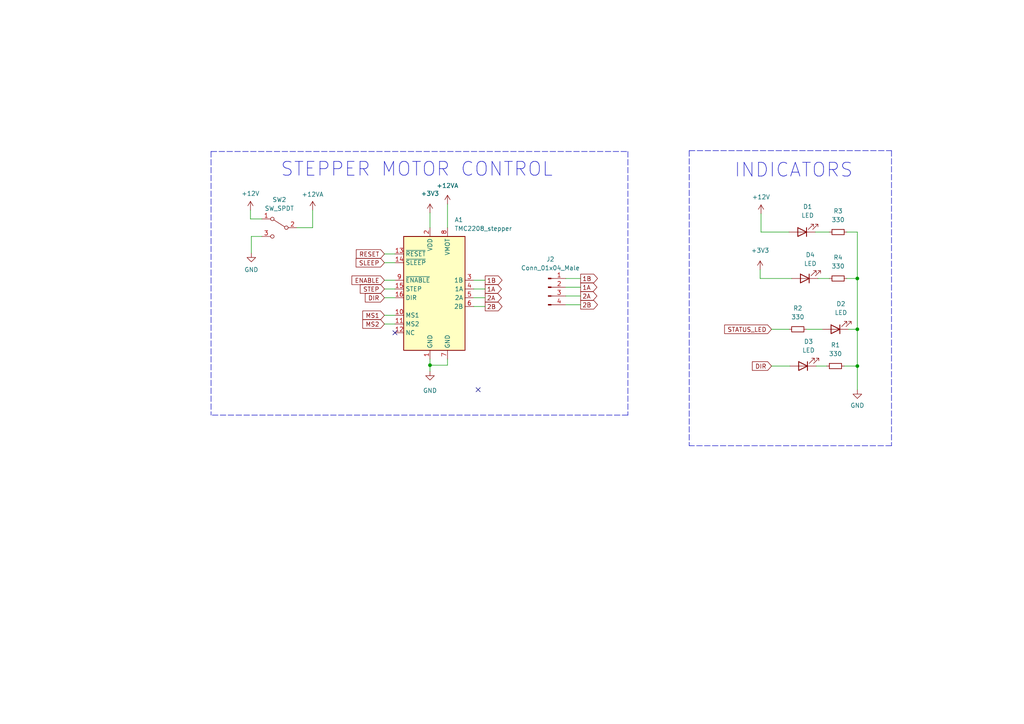
<source format=kicad_sch>
(kicad_sch (version 20211123) (generator eeschema)
  (paper "A4")
  (lib_symbols
    (symbol "Connector:Conn_01x04_Male" (pin_names (offset 1.016) hide)
      (property "Reference" "J" (at 0 5.08 0))
      (property "Value" "Conn_01x04_Male" (at 0 -7.62 0))
      (symbol "Conn_01x04_Male_1_1"
        (polyline (pts (xy 1.27 -5.08) (xy 0.8636 -5.08)) (stroke (width 0.1524)))
        (polyline (pts (xy 1.27 -2.54) (xy 0.8636 -2.54)) (stroke (width 0.1524)))
        (polyline (pts (xy 1.27 0) (xy 0.8636 0)) (stroke (width 0.1524)))
        (polyline (pts (xy 1.27 2.54) (xy 0.8636 2.54)) (stroke (width 0.1524)))
        (rectangle (start 0.8636 -4.953) (end 0 -5.207) (stroke (width 0.1524)) (fill (type outline)))
        (rectangle (start 0.8636 -2.413) (end 0 -2.667) (stroke (width 0.1524)) (fill (type outline)))
        (rectangle (start 0.8636 0.127) (end 0 -0.127) (stroke (width 0.1524)) (fill (type outline)))
        (rectangle (start 0.8636 2.667) (end 0 2.413) (stroke (width 0.1524)) (fill (type outline)))
        (pin passive line (at 5.08 2.54 180) (length 3.81) (name "Pin_1") (number "1"))
        (pin passive line (at 5.08 0 180) (length 3.81) (name "Pin_2") (number "2"))
        (pin passive line (at 5.08 -2.54 180) (length 3.81) (name "Pin_3") (number "3"))
        (pin passive line (at 5.08 -5.08 180) (length 3.81) (name "Pin_4") (number "4"))
      )
    )
    (symbol "Device:LED" (pin_numbers hide) (pin_names (offset 1.016) hide)
      (property "Reference" "D" (at 0 2.54 0))
      (property "Value" "LED" (at 0 -2.54 0))
      (symbol "LED_0_1"
        (polyline (pts (xy -1.27 -1.27) (xy -1.27 1.27)) (stroke (width 0.254)))
        (polyline (pts (xy -1.27 0) (xy 1.27 0)))
        (polyline (pts (xy 1.27 -1.27) (xy 1.27 1.27) (xy -1.27 0) (xy 1.27 -1.27)) (stroke (width 0.254)))
        (polyline (pts (xy -3.048 -0.762) (xy -4.572 -2.286) (xy -3.81 -2.286) (xy -4.572 -2.286) (xy -4.572 -1.524)))
        (polyline (pts (xy -1.778 -0.762) (xy -3.302 -2.286) (xy -2.54 -2.286) (xy -3.302 -2.286) (xy -3.302 -1.524)))
      )
      (symbol "LED_1_1"
        (pin passive line (at -3.81 0 0) (length 2.54) (name "K") (number "1"))
        (pin passive line (at 3.81 0 180) (length 2.54) (name "A") (number "2"))
      )
    )
    (symbol "Device:R_Small" (pin_numbers hide) (pin_names (offset 0.254) hide)
      (property "Reference" "R" (at 0.762 0.508 0))
      (property "Value" "R_Small" (at 0.762 -1.016 0))
      (symbol "R_Small_0_1"
        (rectangle (start -0.762 1.778) (end 0.762 -1.778) (stroke (width 0.2032)))
      )
      (symbol "R_Small_1_1"
        (pin passive line (at 0 2.54 270) (length 0.762) (name "~") (number "1"))
        (pin passive line (at 0 -2.54 90) (length 0.762) (name "~") (number "2"))
      )
    )
    (symbol "Switch:SW_SPDT" (pin_names (offset 0) hide)
      (property "Reference" "SW" (at 0 4.318 0))
      (property "Value" "SW_SPDT" (at 0 -5.08 0))
      (symbol "SW_SPDT_0_0"
        (circle (center -2.032 0) (radius 0.508))
        (circle (center 2.032 -2.54) (radius 0.508))
      )
      (symbol "SW_SPDT_0_1"
        (polyline (pts (xy -1.524 0.254) (xy 1.651 2.286)))
        (circle (center 2.032 2.54) (radius 0.508))
      )
      (symbol "SW_SPDT_1_1"
        (pin passive line (at 5.08 2.54 180) (length 2.54) (name "A") (number "1"))
        (pin passive line (at -5.08 0 0) (length 2.54) (name "B") (number "2"))
        (pin passive line (at 5.08 -2.54 180) (length 2.54) (name "C") (number "3"))
      )
    )
    (symbol "Userlibrary:TMC2208_stepper"
      (property "Reference" "A" (at -2.54 19.05 0))
      (property "Value" "TMC2208_stepper" (at -2.54 16.51 0))
      (symbol "TMC2208_stepper_0_1"
        (rectangle (start 10.16 -17.78) (end -7.62 15.24) (stroke (width 0.254)) (fill (type background)))
      )
      (symbol "TMC2208_stepper_1_1"
        (pin power_in line (at 0 -20.32 90) (length 2.54) (name "GND") (number "1"))
        (pin input line (at -10.16 -7.62 0) (length 2.54) (name "MS1") (number "10"))
        (pin input line (at -10.16 -10.16 0) (length 2.54) (name "MS2") (number "11"))
        (pin input line (at -10.16 -12.7 0) (length 2.54) (name "NC") (number "12"))
        (pin input line (at -10.16 10.16 0) (length 2.54) (name "~{RESET}") (number "13"))
        (pin input line (at -10.16 7.62 0) (length 2.54) (name "~{SLEEP}") (number "14"))
        (pin input line (at -10.16 0 0) (length 2.54) (name "STEP") (number "15"))
        (pin input line (at -10.16 -2.54 0) (length 2.54) (name "DIR") (number "16"))
        (pin power_in line (at 0 17.78 270) (length 2.54) (name "VDD") (number "2"))
        (pin output line (at 12.7 2.54 180) (length 2.54) (name "1B") (number "3"))
        (pin output line (at 12.7 0 180) (length 2.54) (name "1A") (number "4"))
        (pin output line (at 12.7 -2.54 180) (length 2.54) (name "2A") (number "5"))
        (pin output line (at 12.7 -5.08 180) (length 2.54) (name "2B") (number "6"))
        (pin power_in line (at 5.08 -20.32 90) (length 2.54) (name "GND") (number "7"))
        (pin power_in line (at 5.08 17.78 270) (length 2.54) (name "VMOT") (number "8"))
        (pin input line (at -10.16 2.54 0) (length 2.54) (name "~{ENABLE}") (number "9"))
      )
    )
    (symbol "power:+12V" (power) (pin_names (offset 0))
      (property "Value" "+12V" (at 0 3.556 0))
      (symbol "+12V_0_1"
        (polyline (pts (xy -0.762 1.27) (xy 0 2.54)))
        (polyline (pts (xy 0 0) (xy 0 2.54)))
        (polyline (pts (xy 0 2.54) (xy 0.762 1.27)))
      )
      (symbol "+12V_1_1"
        (pin power_in line (at 0 0 90) (length 0) hide (name "+12V") (number "1"))
      )
    )
    (symbol "power:+12VA" (power) (pin_names (offset 0))
      (property "Value" "+12VA" (at 0 3.556 0))
      (symbol "+12VA_0_1"
        (polyline (pts (xy -0.762 1.27) (xy 0 2.54)))
        (polyline (pts (xy 0 0) (xy 0 2.54)))
        (polyline (pts (xy 0 2.54) (xy 0.762 1.27)))
      )
      (symbol "+12VA_1_1"
        (pin power_in line (at 0 0 90) (length 0) hide (name "+12VA") (number "1"))
      )
    )
    (symbol "power:+3V3" (power) (pin_names (offset 0))
      (property "Value" "+3V3" (at 0 3.556 0))
      (symbol "+3V3_0_1"
        (polyline (pts (xy -0.762 1.27) (xy 0 2.54)))
        (polyline (pts (xy 0 0) (xy 0 2.54)))
        (polyline (pts (xy 0 2.54) (xy 0.762 1.27)))
      )
      (symbol "+3V3_1_1"
        (pin power_in line (at 0 0 90) (length 0) hide (name "+3V3") (number "1"))
      )
    )
    (symbol "power:GND" (power) (pin_names (offset 0))
      (property "Value" "GND" (at 0 -3.81 0))
      (symbol "GND_0_1"
        (polyline (pts (xy 0 0) (xy 0 -1.27) (xy 1.27 -1.27) (xy 0 -2.54) (xy -1.27 -1.27) (xy 0 -1.27)))
      )
      (symbol "GND_1_1"
        (pin power_in line (at 0 0 270) (length 0) hide (name "GND") (number "1"))
      )
    )
  )
  (junction (at 248.666 95.504))
  (junction (at 248.666 106.172))
  (junction (at 248.666 80.772))
  (junction (at 124.714 105.918))
  (no_connect (at 114.554 96.52))
  (no_connect (at 138.684 113.03))
  (wire (pts (xy 245.618 67.31) (xy 248.666 67.31)))
  (polyline (pts (xy 61.214 43.942) (xy 182.118 43.942)))
  (wire (pts (xy 111.506 76.2) (xy 114.554 76.2)))
  (wire (pts (xy 220.726 61.976) (xy 220.726 67.31)))
  (wire (pts (xy 164.084 88.392) (xy 168.402 88.392)))
  (wire (pts (xy 111.506 91.44) (xy 114.554 91.44)))
  (wire (pts (xy 111.506 93.98) (xy 114.554 93.98)))
  (wire (pts (xy 244.856 106.172) (xy 248.666 106.172)))
  (wire (pts (xy 72.644 63.5) (xy 72.644 60.96)))
  (polyline (pts (xy 258.572 129.286) (xy 199.898 129.286)))
  (wire (pts (xy 248.666 106.172) (xy 248.666 113.03)))
  (wire (pts (xy 72.898 68.58) (xy 72.898 73.406)))
  (wire (pts (xy 111.506 86.36) (xy 114.554 86.36)))
  (wire (pts (xy 90.678 66.04) (xy 90.678 60.96)))
  (wire (pts (xy 164.084 85.852) (xy 168.402 85.852)))
  (wire (pts (xy 248.666 95.504) (xy 248.666 106.172)))
  (wire (pts (xy 75.946 68.58) (xy 72.898 68.58)))
  (wire (pts (xy 237.236 80.772) (xy 240.538 80.772)))
  (wire (pts (xy 137.414 81.28) (xy 140.716 81.28)))
  (wire (pts (xy 245.618 80.772) (xy 248.666 80.772)))
  (wire (pts (xy 124.714 104.14) (xy 124.714 105.918)))
  (wire (pts (xy 129.794 104.14) (xy 129.794 105.918)))
  (wire (pts (xy 220.472 80.772) (xy 220.472 78.232)))
  (wire (pts (xy 248.666 80.772) (xy 248.666 95.504)))
  (polyline (pts (xy 61.214 43.942) (xy 61.214 120.396)))
  (wire (pts (xy 220.726 67.31) (xy 228.854 67.31)))
  (wire (pts (xy 124.714 61.722) (xy 124.714 66.04)))
  (polyline (pts (xy 199.898 43.688) (xy 199.898 129.286)))
  (wire (pts (xy 236.728 106.172) (xy 239.776 106.172)))
  (wire (pts (xy 248.666 67.31) (xy 248.666 80.772)))
  (wire (pts (xy 111.506 83.82) (xy 114.554 83.82)))
  (wire (pts (xy 229.616 80.772) (xy 220.472 80.772)))
  (wire (pts (xy 164.084 83.312) (xy 168.402 83.312)))
  (polyline (pts (xy 258.572 43.688) (xy 258.572 129.286)))
  (wire (pts (xy 124.714 105.918) (xy 124.714 107.696)))
  (wire (pts (xy 75.946 63.5) (xy 72.644 63.5)))
  (wire (pts (xy 137.414 86.36) (xy 140.716 86.36)))
  (wire (pts (xy 86.106 66.04) (xy 90.678 66.04)))
  (wire (pts (xy 246.126 95.504) (xy 248.666 95.504)))
  (wire (pts (xy 137.414 88.9) (xy 140.716 88.9)))
  (wire (pts (xy 236.474 67.31) (xy 240.538 67.31)))
  (wire (pts (xy 137.414 83.82) (xy 140.716 83.82)))
  (wire (pts (xy 129.794 59.182) (xy 129.794 66.04)))
  (polyline (pts (xy 199.898 43.688) (xy 258.572 43.688)))
  (wire (pts (xy 223.774 106.172) (xy 229.108 106.172)))
  (wire (pts (xy 223.774 95.504) (xy 228.854 95.504)))
  (polyline (pts (xy 182.118 120.396) (xy 61.214 120.396)))
  (wire (pts (xy 233.934 95.504) (xy 238.506 95.504)))
  (wire (pts (xy 129.794 105.918) (xy 124.714 105.918)))
  (wire (pts (xy 111.506 81.28) (xy 114.554 81.28)))
  (wire (pts (xy 164.084 80.772) (xy 168.402 80.772)))
  (wire (pts (xy 111.506 73.66) (xy 114.554 73.66)))
  (polyline (pts (xy 182.118 43.942) (xy 182.118 120.396)))
  (text "STEPPER MOTOR CONTROL" (at 81.28 51.562 0) (effects (font (size 4 4)) (justify left bottom)))
  (text "INDICATORS" (at 212.852 51.816 0) (effects (font (size 4 4)) (justify left bottom)))
  (global_label "2B" (shape output) (at 140.716 88.9 0) (property "Intersheet References" "${INTERSHEET_REFS}" (effects hide)))
  (global_label "DIR" (shape input) (at 223.774 106.172 180) (property "Intersheet References" "${INTERSHEET_REFS}" (effects hide)))
  (global_label "RESET" (shape input) (at 111.506 73.66 180) (property "Intersheet References" "${INTERSHEET_REFS}" (effects hide)))
  (global_label "MS2" (shape input) (at 111.506 93.98 180) (property "Intersheet References" "${INTERSHEET_REFS}" (effects hide)))
  (global_label "DIR" (shape input) (at 111.506 86.36 180) (property "Intersheet References" "${INTERSHEET_REFS}" (effects hide)))
  (global_label "1B" (shape output) (at 140.716 81.28 0) (property "Intersheet References" "${INTERSHEET_REFS}" (effects hide)))
  (global_label "2A" (shape output) (at 140.716 86.36 0) (property "Intersheet References" "${INTERSHEET_REFS}" (effects hide)))
  (global_label "STATUS_LED" (shape input) (at 223.774 95.504 180) (property "Intersheet References" "${INTERSHEET_REFS}" (effects hide)))
  (global_label "MS1" (shape input) (at 111.506 91.44 180) (property "Intersheet References" "${INTERSHEET_REFS}" (effects hide)))
  (global_label "2B" (shape output) (at 168.402 88.392 0) (property "Intersheet References" "${INTERSHEET_REFS}" (effects hide)))
  (global_label "SLEEP" (shape input) (at 111.506 76.2 180) (property "Intersheet References" "${INTERSHEET_REFS}" (effects hide)))
  (global_label "2A" (shape output) (at 168.402 85.852 0) (property "Intersheet References" "${INTERSHEET_REFS}" (effects hide)))
  (global_label "1A" (shape output) (at 168.402 83.312 0) (property "Intersheet References" "${INTERSHEET_REFS}" (effects hide)))
  (global_label "1B" (shape output) (at 168.402 80.772 0) (property "Intersheet References" "${INTERSHEET_REFS}" (effects hide)))
  (global_label "STEP" (shape input) (at 111.506 83.82 180) (property "Intersheet References" "${INTERSHEET_REFS}" (effects hide)))
  (global_label "ENABLE" (shape input) (at 111.506 81.28 180) (property "Intersheet References" "${INTERSHEET_REFS}" (effects hide)))
  (global_label "1A" (shape output) (at 140.716 83.82 0) (property "Intersheet References" "${INTERSHEET_REFS}" (effects hide)))
  (symbol (lib_id "power:+12VA") (at 90.678 60.96 0) (unit 1)
    (property "Reference" "#PWR021" (effects hide))
    (property "Value" "+12VA" (at 90.678 56.388 0))
  )
  (symbol (lib_id "power:GND") (at 72.898 73.406 0) (unit 1)
    (property "Reference" "#PWR020" (effects hide))
    (property "Value" "GND" (at 72.898 78.232 0))
  )
  (symbol (lib_id "power:+12VA") (at 129.794 59.182 0) (unit 1)
    (property "Reference" "#PWR024" (effects hide))
    (property "Value" "+12VA" (at 129.794 53.848 0))
  )
  (symbol (lib_id "Device:R_Small") (at 231.394 95.504 90) (unit 1)
    (property "Reference" "R2" (at 231.394 89.408 90))
    (property "Value" "330" (at 231.394 91.948 90))
    (property "Footprint" "UserLibrary:R_Axial_DIN0207_L6.3mm_D2.5mm_P10.16mm_Horizontal" (effects hide))
  )
  (symbol (lib_id "Switch:SW_SPDT") (at 81.026 66.04 0) (mirror y) (unit 1)
    (property "Reference" "SW2" (at 81.026 57.912 0))
    (property "Value" "SW_SPDT" (at 81.026 60.452 0))
    (property "Footprint" "UserLibrary:KCD1-1 switch" (effects hide))
  )
  (symbol (lib_id "power:GND") (at 248.666 113.03 0) (unit 1)
    (property "Reference" "#PWR027" (effects hide))
    (property "Value" "GND" (at 248.666 117.602 0))
  )
  (symbol (lib_id "Device:LED") (at 233.426 80.772 180) (unit 1)
    (property "Reference" "D4" (at 235.0135 73.914 0))
    (property "Value" "LED" (at 235.0135 76.454 0))
    (property "Footprint" "UserLibrary:PinHeader_1x02_P2.54mm_Vertical" (effects hide))
  )
  (symbol (lib_id "Connector:Conn_01x04_Male") (at 159.004 83.312 0) (unit 1)
    (property "Reference" "J2" (at 159.639 75.184 0))
    (property "Value" "Conn_01x04_Male" (at 159.639 77.724 0))
    (property "Footprint" "Connector_JST:JST_XH_B4B-XH-A_1x04_P2.50mm_Vertical" (effects hide))
  )
  (symbol (lib_id "Device:R_Small") (at 242.316 106.172 90) (unit 1)
    (property "Reference" "R1" (at 242.316 100.076 90))
    (property "Value" "330" (at 242.316 102.616 90))
    (property "Footprint" "UserLibrary:R_Axial_DIN0207_L6.3mm_D2.5mm_P10.16mm_Horizontal" (effects hide))
  )
  (symbol (lib_id "Userlibrary:TMC2208_stepper") (at 124.714 83.82 0) (unit 1)
    (property "Reference" "A1" (at 131.8134 63.754 0) (effects (justify left)))
    (property "Value" "TMC2208_stepper" (at 131.8134 66.294 0) (effects (justify left)))
    (property "Footprint" "UserLibrary:Stepper driver" (effects hide))
    (property "Datasheet" "https://www.pololu.com/product/2980/pictures" (effects hide))
  )
  (symbol (lib_id "power:+12V") (at 220.726 61.976 0) (unit 1)
    (property "Reference" "#PWR026" (effects hide))
    (property "Value" "+12V" (at 220.726 57.15 0))
  )
  (symbol (lib_id "power:+12V") (at 72.644 60.96 0) (unit 1)
    (property "Reference" "#PWR019" (effects hide))
    (property "Value" "+12V" (at 72.644 56.134 0))
  )
  (symbol (lib_id "Device:LED") (at 232.918 106.172 180) (unit 1)
    (property "Reference" "D3" (at 234.5055 99.06 0))
    (property "Value" "LED" (at 234.5055 101.6 0))
    (property "Footprint" "UserLibrary:PinHeader_1x02_P2.54mm_Vertical" (effects hide))
  )
  (symbol (lib_id "power:GND") (at 124.714 107.696 0) (unit 1)
    (property "Reference" "#PWR023" (effects hide))
    (property "Value" "GND" (at 124.714 113.284 0))
  )
  (symbol (lib_id "Device:R_Small") (at 243.078 80.772 90) (unit 1)
    (property "Reference" "R4" (at 243.078 74.676 90))
    (property "Value" "330" (at 243.078 77.216 90))
    (property "Footprint" "UserLibrary:R_Axial_DIN0207_L6.3mm_D2.5mm_P10.16mm_Horizontal" (effects hide))
  )
  (symbol (lib_id "Device:LED") (at 232.664 67.31 180) (unit 1)
    (property "Reference" "D1" (at 234.2515 59.944 0))
    (property "Value" "LED" (at 234.2515 62.484 0))
    (property "Footprint" "UserLibrary:PinHeader_1x02_P2.54mm_Vertical" (effects hide))
  )
  (symbol (lib_id "Device:LED") (at 242.316 95.504 180) (unit 1)
    (property "Reference" "D2" (at 243.9035 88.138 0))
    (property "Value" "LED" (at 243.9035 90.678 0))
    (property "Footprint" "UserLibrary:PinHeader_1x02_P2.54mm_Vertical" (effects hide))
  )
  (symbol (lib_id "power:+3V3") (at 220.472 78.232 0) (unit 1)
    (property "Reference" "#PWR025" (effects hide))
    (property "Value" "+3V3" (at 220.472 72.644 0))
  )
  (symbol (lib_id "power:+3V3") (at 124.714 61.722 0) (unit 1)
    (property "Reference" "#PWR022" (effects hide))
    (property "Value" "+3V3" (at 124.714 56.134 0))
  )
  (symbol (lib_id "Device:R_Small") (at 243.078 67.31 90) (unit 1)
    (property "Reference" "R3" (at 243.078 61.214 90))
    (property "Value" "330" (at 243.078 63.754 90))
    (property "Footprint" "UserLibrary:R_Axial_DIN0207_L6.3mm_D2.5mm_P10.16mm_Horizontal" (effects hide))
  )
)
</source>
